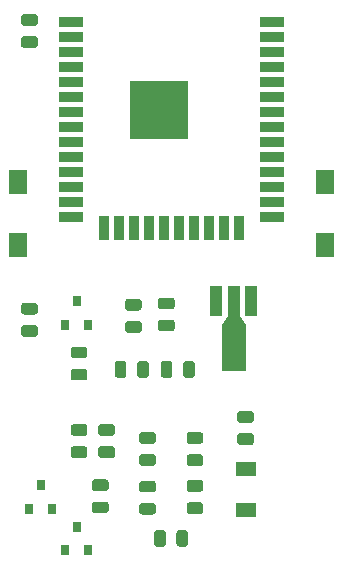
<source format=gbr>
G04 #@! TF.GenerationSoftware,KiCad,Pcbnew,(5.1.5)-3*
G04 #@! TF.CreationDate,2021-04-12T22:21:49+08:00*
G04 #@! TF.ProjectId,parasite,70617261-7369-4746-952e-6b696361645f,1.1.0*
G04 #@! TF.SameCoordinates,Original*
G04 #@! TF.FileFunction,Paste,Top*
G04 #@! TF.FilePolarity,Positive*
%FSLAX46Y46*%
G04 Gerber Fmt 4.6, Leading zero omitted, Abs format (unit mm)*
G04 Created by KiCad (PCBNEW (5.1.5)-3) date 2021-04-12 22:21:49*
%MOMM*%
%LPD*%
G04 APERTURE LIST*
%ADD10R,1.600000X2.000000*%
%ADD11R,5.000000X5.000000*%
%ADD12R,2.000000X0.900000*%
%ADD13R,0.900000X2.000000*%
%ADD14C,0.100000*%
%ADD15R,0.800000X0.900000*%
%ADD16R,1.700000X1.300000*%
%ADD17R,1.000000X2.500000*%
%ADD18R,2.000000X4.000000*%
G04 APERTURE END LIST*
D10*
X131000000Y-68700000D03*
X131000000Y-63300000D03*
X105000000Y-68700000D03*
X105000000Y-63300000D03*
D11*
X117000000Y-57245000D03*
D12*
X109500000Y-49745000D03*
X109500000Y-51015000D03*
X109500000Y-52285000D03*
X109500000Y-53555000D03*
X109500000Y-54825000D03*
X109500000Y-56095000D03*
X109500000Y-57365000D03*
X109500000Y-58635000D03*
X109500000Y-59905000D03*
X109500000Y-61175000D03*
X109500000Y-62445000D03*
X109500000Y-63715000D03*
X109500000Y-64985000D03*
X109500000Y-66255000D03*
D13*
X112285000Y-67255000D03*
X113555000Y-67255000D03*
X114825000Y-67255000D03*
X116095000Y-67255000D03*
X117365000Y-67255000D03*
X118635000Y-67255000D03*
X119905000Y-67255000D03*
X121175000Y-67255000D03*
X122445000Y-67255000D03*
X123715000Y-67255000D03*
D12*
X126500000Y-66255000D03*
X126500000Y-64985000D03*
X126500000Y-63715000D03*
X126500000Y-62445000D03*
X126500000Y-61175000D03*
X126500000Y-59905000D03*
X126500000Y-58635000D03*
X126500000Y-57365000D03*
X126500000Y-56095000D03*
X126500000Y-54825000D03*
X126500000Y-53555000D03*
X126500000Y-52285000D03*
X126500000Y-51015000D03*
X126500000Y-49745000D03*
D14*
G36*
X118080142Y-74988674D02*
G01*
X118103803Y-74992184D01*
X118127007Y-74997996D01*
X118149529Y-75006054D01*
X118171153Y-75016282D01*
X118191670Y-75028579D01*
X118210883Y-75042829D01*
X118228607Y-75058893D01*
X118244671Y-75076617D01*
X118258921Y-75095830D01*
X118271218Y-75116347D01*
X118281446Y-75137971D01*
X118289504Y-75160493D01*
X118295316Y-75183697D01*
X118298826Y-75207358D01*
X118300000Y-75231250D01*
X118300000Y-75718750D01*
X118298826Y-75742642D01*
X118295316Y-75766303D01*
X118289504Y-75789507D01*
X118281446Y-75812029D01*
X118271218Y-75833653D01*
X118258921Y-75854170D01*
X118244671Y-75873383D01*
X118228607Y-75891107D01*
X118210883Y-75907171D01*
X118191670Y-75921421D01*
X118171153Y-75933718D01*
X118149529Y-75943946D01*
X118127007Y-75952004D01*
X118103803Y-75957816D01*
X118080142Y-75961326D01*
X118056250Y-75962500D01*
X117143750Y-75962500D01*
X117119858Y-75961326D01*
X117096197Y-75957816D01*
X117072993Y-75952004D01*
X117050471Y-75943946D01*
X117028847Y-75933718D01*
X117008330Y-75921421D01*
X116989117Y-75907171D01*
X116971393Y-75891107D01*
X116955329Y-75873383D01*
X116941079Y-75854170D01*
X116928782Y-75833653D01*
X116918554Y-75812029D01*
X116910496Y-75789507D01*
X116904684Y-75766303D01*
X116901174Y-75742642D01*
X116900000Y-75718750D01*
X116900000Y-75231250D01*
X116901174Y-75207358D01*
X116904684Y-75183697D01*
X116910496Y-75160493D01*
X116918554Y-75137971D01*
X116928782Y-75116347D01*
X116941079Y-75095830D01*
X116955329Y-75076617D01*
X116971393Y-75058893D01*
X116989117Y-75042829D01*
X117008330Y-75028579D01*
X117028847Y-75016282D01*
X117050471Y-75006054D01*
X117072993Y-74997996D01*
X117096197Y-74992184D01*
X117119858Y-74988674D01*
X117143750Y-74987500D01*
X118056250Y-74987500D01*
X118080142Y-74988674D01*
G37*
G36*
X118080142Y-73113674D02*
G01*
X118103803Y-73117184D01*
X118127007Y-73122996D01*
X118149529Y-73131054D01*
X118171153Y-73141282D01*
X118191670Y-73153579D01*
X118210883Y-73167829D01*
X118228607Y-73183893D01*
X118244671Y-73201617D01*
X118258921Y-73220830D01*
X118271218Y-73241347D01*
X118281446Y-73262971D01*
X118289504Y-73285493D01*
X118295316Y-73308697D01*
X118298826Y-73332358D01*
X118300000Y-73356250D01*
X118300000Y-73843750D01*
X118298826Y-73867642D01*
X118295316Y-73891303D01*
X118289504Y-73914507D01*
X118281446Y-73937029D01*
X118271218Y-73958653D01*
X118258921Y-73979170D01*
X118244671Y-73998383D01*
X118228607Y-74016107D01*
X118210883Y-74032171D01*
X118191670Y-74046421D01*
X118171153Y-74058718D01*
X118149529Y-74068946D01*
X118127007Y-74077004D01*
X118103803Y-74082816D01*
X118080142Y-74086326D01*
X118056250Y-74087500D01*
X117143750Y-74087500D01*
X117119858Y-74086326D01*
X117096197Y-74082816D01*
X117072993Y-74077004D01*
X117050471Y-74068946D01*
X117028847Y-74058718D01*
X117008330Y-74046421D01*
X116989117Y-74032171D01*
X116971393Y-74016107D01*
X116955329Y-73998383D01*
X116941079Y-73979170D01*
X116928782Y-73958653D01*
X116918554Y-73937029D01*
X116910496Y-73914507D01*
X116904684Y-73891303D01*
X116901174Y-73867642D01*
X116900000Y-73843750D01*
X116900000Y-73356250D01*
X116901174Y-73332358D01*
X116904684Y-73308697D01*
X116910496Y-73285493D01*
X116918554Y-73262971D01*
X116928782Y-73241347D01*
X116941079Y-73220830D01*
X116955329Y-73201617D01*
X116971393Y-73183893D01*
X116989117Y-73167829D01*
X117008330Y-73153579D01*
X117028847Y-73141282D01*
X117050471Y-73131054D01*
X117072993Y-73122996D01*
X117096197Y-73117184D01*
X117119858Y-73113674D01*
X117143750Y-73112500D01*
X118056250Y-73112500D01*
X118080142Y-73113674D01*
G37*
G36*
X115280142Y-73238674D02*
G01*
X115303803Y-73242184D01*
X115327007Y-73247996D01*
X115349529Y-73256054D01*
X115371153Y-73266282D01*
X115391670Y-73278579D01*
X115410883Y-73292829D01*
X115428607Y-73308893D01*
X115444671Y-73326617D01*
X115458921Y-73345830D01*
X115471218Y-73366347D01*
X115481446Y-73387971D01*
X115489504Y-73410493D01*
X115495316Y-73433697D01*
X115498826Y-73457358D01*
X115500000Y-73481250D01*
X115500000Y-73968750D01*
X115498826Y-73992642D01*
X115495316Y-74016303D01*
X115489504Y-74039507D01*
X115481446Y-74062029D01*
X115471218Y-74083653D01*
X115458921Y-74104170D01*
X115444671Y-74123383D01*
X115428607Y-74141107D01*
X115410883Y-74157171D01*
X115391670Y-74171421D01*
X115371153Y-74183718D01*
X115349529Y-74193946D01*
X115327007Y-74202004D01*
X115303803Y-74207816D01*
X115280142Y-74211326D01*
X115256250Y-74212500D01*
X114343750Y-74212500D01*
X114319858Y-74211326D01*
X114296197Y-74207816D01*
X114272993Y-74202004D01*
X114250471Y-74193946D01*
X114228847Y-74183718D01*
X114208330Y-74171421D01*
X114189117Y-74157171D01*
X114171393Y-74141107D01*
X114155329Y-74123383D01*
X114141079Y-74104170D01*
X114128782Y-74083653D01*
X114118554Y-74062029D01*
X114110496Y-74039507D01*
X114104684Y-74016303D01*
X114101174Y-73992642D01*
X114100000Y-73968750D01*
X114100000Y-73481250D01*
X114101174Y-73457358D01*
X114104684Y-73433697D01*
X114110496Y-73410493D01*
X114118554Y-73387971D01*
X114128782Y-73366347D01*
X114141079Y-73345830D01*
X114155329Y-73326617D01*
X114171393Y-73308893D01*
X114189117Y-73292829D01*
X114208330Y-73278579D01*
X114228847Y-73266282D01*
X114250471Y-73256054D01*
X114272993Y-73247996D01*
X114296197Y-73242184D01*
X114319858Y-73238674D01*
X114343750Y-73237500D01*
X115256250Y-73237500D01*
X115280142Y-73238674D01*
G37*
G36*
X115280142Y-75113674D02*
G01*
X115303803Y-75117184D01*
X115327007Y-75122996D01*
X115349529Y-75131054D01*
X115371153Y-75141282D01*
X115391670Y-75153579D01*
X115410883Y-75167829D01*
X115428607Y-75183893D01*
X115444671Y-75201617D01*
X115458921Y-75220830D01*
X115471218Y-75241347D01*
X115481446Y-75262971D01*
X115489504Y-75285493D01*
X115495316Y-75308697D01*
X115498826Y-75332358D01*
X115500000Y-75356250D01*
X115500000Y-75843750D01*
X115498826Y-75867642D01*
X115495316Y-75891303D01*
X115489504Y-75914507D01*
X115481446Y-75937029D01*
X115471218Y-75958653D01*
X115458921Y-75979170D01*
X115444671Y-75998383D01*
X115428607Y-76016107D01*
X115410883Y-76032171D01*
X115391670Y-76046421D01*
X115371153Y-76058718D01*
X115349529Y-76068946D01*
X115327007Y-76077004D01*
X115303803Y-76082816D01*
X115280142Y-76086326D01*
X115256250Y-76087500D01*
X114343750Y-76087500D01*
X114319858Y-76086326D01*
X114296197Y-76082816D01*
X114272993Y-76077004D01*
X114250471Y-76068946D01*
X114228847Y-76058718D01*
X114208330Y-76046421D01*
X114189117Y-76032171D01*
X114171393Y-76016107D01*
X114155329Y-75998383D01*
X114141079Y-75979170D01*
X114128782Y-75958653D01*
X114118554Y-75937029D01*
X114110496Y-75914507D01*
X114104684Y-75891303D01*
X114101174Y-75867642D01*
X114100000Y-75843750D01*
X114100000Y-75356250D01*
X114101174Y-75332358D01*
X114104684Y-75308697D01*
X114110496Y-75285493D01*
X114118554Y-75262971D01*
X114128782Y-75241347D01*
X114141079Y-75220830D01*
X114155329Y-75201617D01*
X114171393Y-75183893D01*
X114189117Y-75167829D01*
X114208330Y-75153579D01*
X114228847Y-75141282D01*
X114250471Y-75131054D01*
X114272993Y-75122996D01*
X114296197Y-75117184D01*
X114319858Y-75113674D01*
X114343750Y-75112500D01*
X115256250Y-75112500D01*
X115280142Y-75113674D01*
G37*
D15*
X110000000Y-92500000D03*
X110950000Y-94500000D03*
X109050000Y-94500000D03*
X106950000Y-89000000D03*
X107900000Y-91000000D03*
X106000000Y-91000000D03*
D14*
G36*
X119205142Y-92801174D02*
G01*
X119228803Y-92804684D01*
X119252007Y-92810496D01*
X119274529Y-92818554D01*
X119296153Y-92828782D01*
X119316670Y-92841079D01*
X119335883Y-92855329D01*
X119353607Y-92871393D01*
X119369671Y-92889117D01*
X119383921Y-92908330D01*
X119396218Y-92928847D01*
X119406446Y-92950471D01*
X119414504Y-92972993D01*
X119420316Y-92996197D01*
X119423826Y-93019858D01*
X119425000Y-93043750D01*
X119425000Y-93956250D01*
X119423826Y-93980142D01*
X119420316Y-94003803D01*
X119414504Y-94027007D01*
X119406446Y-94049529D01*
X119396218Y-94071153D01*
X119383921Y-94091670D01*
X119369671Y-94110883D01*
X119353607Y-94128607D01*
X119335883Y-94144671D01*
X119316670Y-94158921D01*
X119296153Y-94171218D01*
X119274529Y-94181446D01*
X119252007Y-94189504D01*
X119228803Y-94195316D01*
X119205142Y-94198826D01*
X119181250Y-94200000D01*
X118693750Y-94200000D01*
X118669858Y-94198826D01*
X118646197Y-94195316D01*
X118622993Y-94189504D01*
X118600471Y-94181446D01*
X118578847Y-94171218D01*
X118558330Y-94158921D01*
X118539117Y-94144671D01*
X118521393Y-94128607D01*
X118505329Y-94110883D01*
X118491079Y-94091670D01*
X118478782Y-94071153D01*
X118468554Y-94049529D01*
X118460496Y-94027007D01*
X118454684Y-94003803D01*
X118451174Y-93980142D01*
X118450000Y-93956250D01*
X118450000Y-93043750D01*
X118451174Y-93019858D01*
X118454684Y-92996197D01*
X118460496Y-92972993D01*
X118468554Y-92950471D01*
X118478782Y-92928847D01*
X118491079Y-92908330D01*
X118505329Y-92889117D01*
X118521393Y-92871393D01*
X118539117Y-92855329D01*
X118558330Y-92841079D01*
X118578847Y-92828782D01*
X118600471Y-92818554D01*
X118622993Y-92810496D01*
X118646197Y-92804684D01*
X118669858Y-92801174D01*
X118693750Y-92800000D01*
X119181250Y-92800000D01*
X119205142Y-92801174D01*
G37*
G36*
X117330142Y-92801174D02*
G01*
X117353803Y-92804684D01*
X117377007Y-92810496D01*
X117399529Y-92818554D01*
X117421153Y-92828782D01*
X117441670Y-92841079D01*
X117460883Y-92855329D01*
X117478607Y-92871393D01*
X117494671Y-92889117D01*
X117508921Y-92908330D01*
X117521218Y-92928847D01*
X117531446Y-92950471D01*
X117539504Y-92972993D01*
X117545316Y-92996197D01*
X117548826Y-93019858D01*
X117550000Y-93043750D01*
X117550000Y-93956250D01*
X117548826Y-93980142D01*
X117545316Y-94003803D01*
X117539504Y-94027007D01*
X117531446Y-94049529D01*
X117521218Y-94071153D01*
X117508921Y-94091670D01*
X117494671Y-94110883D01*
X117478607Y-94128607D01*
X117460883Y-94144671D01*
X117441670Y-94158921D01*
X117421153Y-94171218D01*
X117399529Y-94181446D01*
X117377007Y-94189504D01*
X117353803Y-94195316D01*
X117330142Y-94198826D01*
X117306250Y-94200000D01*
X116818750Y-94200000D01*
X116794858Y-94198826D01*
X116771197Y-94195316D01*
X116747993Y-94189504D01*
X116725471Y-94181446D01*
X116703847Y-94171218D01*
X116683330Y-94158921D01*
X116664117Y-94144671D01*
X116646393Y-94128607D01*
X116630329Y-94110883D01*
X116616079Y-94091670D01*
X116603782Y-94071153D01*
X116593554Y-94049529D01*
X116585496Y-94027007D01*
X116579684Y-94003803D01*
X116576174Y-93980142D01*
X116575000Y-93956250D01*
X116575000Y-93043750D01*
X116576174Y-93019858D01*
X116579684Y-92996197D01*
X116585496Y-92972993D01*
X116593554Y-92950471D01*
X116603782Y-92928847D01*
X116616079Y-92908330D01*
X116630329Y-92889117D01*
X116646393Y-92871393D01*
X116664117Y-92855329D01*
X116683330Y-92841079D01*
X116703847Y-92828782D01*
X116725471Y-92818554D01*
X116747993Y-92810496D01*
X116771197Y-92804684D01*
X116794858Y-92801174D01*
X116818750Y-92800000D01*
X117306250Y-92800000D01*
X117330142Y-92801174D01*
G37*
G36*
X120480142Y-84513674D02*
G01*
X120503803Y-84517184D01*
X120527007Y-84522996D01*
X120549529Y-84531054D01*
X120571153Y-84541282D01*
X120591670Y-84553579D01*
X120610883Y-84567829D01*
X120628607Y-84583893D01*
X120644671Y-84601617D01*
X120658921Y-84620830D01*
X120671218Y-84641347D01*
X120681446Y-84662971D01*
X120689504Y-84685493D01*
X120695316Y-84708697D01*
X120698826Y-84732358D01*
X120700000Y-84756250D01*
X120700000Y-85243750D01*
X120698826Y-85267642D01*
X120695316Y-85291303D01*
X120689504Y-85314507D01*
X120681446Y-85337029D01*
X120671218Y-85358653D01*
X120658921Y-85379170D01*
X120644671Y-85398383D01*
X120628607Y-85416107D01*
X120610883Y-85432171D01*
X120591670Y-85446421D01*
X120571153Y-85458718D01*
X120549529Y-85468946D01*
X120527007Y-85477004D01*
X120503803Y-85482816D01*
X120480142Y-85486326D01*
X120456250Y-85487500D01*
X119543750Y-85487500D01*
X119519858Y-85486326D01*
X119496197Y-85482816D01*
X119472993Y-85477004D01*
X119450471Y-85468946D01*
X119428847Y-85458718D01*
X119408330Y-85446421D01*
X119389117Y-85432171D01*
X119371393Y-85416107D01*
X119355329Y-85398383D01*
X119341079Y-85379170D01*
X119328782Y-85358653D01*
X119318554Y-85337029D01*
X119310496Y-85314507D01*
X119304684Y-85291303D01*
X119301174Y-85267642D01*
X119300000Y-85243750D01*
X119300000Y-84756250D01*
X119301174Y-84732358D01*
X119304684Y-84708697D01*
X119310496Y-84685493D01*
X119318554Y-84662971D01*
X119328782Y-84641347D01*
X119341079Y-84620830D01*
X119355329Y-84601617D01*
X119371393Y-84583893D01*
X119389117Y-84567829D01*
X119408330Y-84553579D01*
X119428847Y-84541282D01*
X119450471Y-84531054D01*
X119472993Y-84522996D01*
X119496197Y-84517184D01*
X119519858Y-84513674D01*
X119543750Y-84512500D01*
X120456250Y-84512500D01*
X120480142Y-84513674D01*
G37*
G36*
X120480142Y-86388674D02*
G01*
X120503803Y-86392184D01*
X120527007Y-86397996D01*
X120549529Y-86406054D01*
X120571153Y-86416282D01*
X120591670Y-86428579D01*
X120610883Y-86442829D01*
X120628607Y-86458893D01*
X120644671Y-86476617D01*
X120658921Y-86495830D01*
X120671218Y-86516347D01*
X120681446Y-86537971D01*
X120689504Y-86560493D01*
X120695316Y-86583697D01*
X120698826Y-86607358D01*
X120700000Y-86631250D01*
X120700000Y-87118750D01*
X120698826Y-87142642D01*
X120695316Y-87166303D01*
X120689504Y-87189507D01*
X120681446Y-87212029D01*
X120671218Y-87233653D01*
X120658921Y-87254170D01*
X120644671Y-87273383D01*
X120628607Y-87291107D01*
X120610883Y-87307171D01*
X120591670Y-87321421D01*
X120571153Y-87333718D01*
X120549529Y-87343946D01*
X120527007Y-87352004D01*
X120503803Y-87357816D01*
X120480142Y-87361326D01*
X120456250Y-87362500D01*
X119543750Y-87362500D01*
X119519858Y-87361326D01*
X119496197Y-87357816D01*
X119472993Y-87352004D01*
X119450471Y-87343946D01*
X119428847Y-87333718D01*
X119408330Y-87321421D01*
X119389117Y-87307171D01*
X119371393Y-87291107D01*
X119355329Y-87273383D01*
X119341079Y-87254170D01*
X119328782Y-87233653D01*
X119318554Y-87212029D01*
X119310496Y-87189507D01*
X119304684Y-87166303D01*
X119301174Y-87142642D01*
X119300000Y-87118750D01*
X119300000Y-86631250D01*
X119301174Y-86607358D01*
X119304684Y-86583697D01*
X119310496Y-86560493D01*
X119318554Y-86537971D01*
X119328782Y-86516347D01*
X119341079Y-86495830D01*
X119355329Y-86476617D01*
X119371393Y-86458893D01*
X119389117Y-86442829D01*
X119408330Y-86428579D01*
X119428847Y-86416282D01*
X119450471Y-86406054D01*
X119472993Y-86397996D01*
X119496197Y-86392184D01*
X119519858Y-86388674D01*
X119543750Y-86387500D01*
X120456250Y-86387500D01*
X120480142Y-86388674D01*
G37*
G36*
X113017642Y-83838674D02*
G01*
X113041303Y-83842184D01*
X113064507Y-83847996D01*
X113087029Y-83856054D01*
X113108653Y-83866282D01*
X113129170Y-83878579D01*
X113148383Y-83892829D01*
X113166107Y-83908893D01*
X113182171Y-83926617D01*
X113196421Y-83945830D01*
X113208718Y-83966347D01*
X113218946Y-83987971D01*
X113227004Y-84010493D01*
X113232816Y-84033697D01*
X113236326Y-84057358D01*
X113237500Y-84081250D01*
X113237500Y-84568750D01*
X113236326Y-84592642D01*
X113232816Y-84616303D01*
X113227004Y-84639507D01*
X113218946Y-84662029D01*
X113208718Y-84683653D01*
X113196421Y-84704170D01*
X113182171Y-84723383D01*
X113166107Y-84741107D01*
X113148383Y-84757171D01*
X113129170Y-84771421D01*
X113108653Y-84783718D01*
X113087029Y-84793946D01*
X113064507Y-84802004D01*
X113041303Y-84807816D01*
X113017642Y-84811326D01*
X112993750Y-84812500D01*
X112081250Y-84812500D01*
X112057358Y-84811326D01*
X112033697Y-84807816D01*
X112010493Y-84802004D01*
X111987971Y-84793946D01*
X111966347Y-84783718D01*
X111945830Y-84771421D01*
X111926617Y-84757171D01*
X111908893Y-84741107D01*
X111892829Y-84723383D01*
X111878579Y-84704170D01*
X111866282Y-84683653D01*
X111856054Y-84662029D01*
X111847996Y-84639507D01*
X111842184Y-84616303D01*
X111838674Y-84592642D01*
X111837500Y-84568750D01*
X111837500Y-84081250D01*
X111838674Y-84057358D01*
X111842184Y-84033697D01*
X111847996Y-84010493D01*
X111856054Y-83987971D01*
X111866282Y-83966347D01*
X111878579Y-83945830D01*
X111892829Y-83926617D01*
X111908893Y-83908893D01*
X111926617Y-83892829D01*
X111945830Y-83878579D01*
X111966347Y-83866282D01*
X111987971Y-83856054D01*
X112010493Y-83847996D01*
X112033697Y-83842184D01*
X112057358Y-83838674D01*
X112081250Y-83837500D01*
X112993750Y-83837500D01*
X113017642Y-83838674D01*
G37*
G36*
X113017642Y-85713674D02*
G01*
X113041303Y-85717184D01*
X113064507Y-85722996D01*
X113087029Y-85731054D01*
X113108653Y-85741282D01*
X113129170Y-85753579D01*
X113148383Y-85767829D01*
X113166107Y-85783893D01*
X113182171Y-85801617D01*
X113196421Y-85820830D01*
X113208718Y-85841347D01*
X113218946Y-85862971D01*
X113227004Y-85885493D01*
X113232816Y-85908697D01*
X113236326Y-85932358D01*
X113237500Y-85956250D01*
X113237500Y-86443750D01*
X113236326Y-86467642D01*
X113232816Y-86491303D01*
X113227004Y-86514507D01*
X113218946Y-86537029D01*
X113208718Y-86558653D01*
X113196421Y-86579170D01*
X113182171Y-86598383D01*
X113166107Y-86616107D01*
X113148383Y-86632171D01*
X113129170Y-86646421D01*
X113108653Y-86658718D01*
X113087029Y-86668946D01*
X113064507Y-86677004D01*
X113041303Y-86682816D01*
X113017642Y-86686326D01*
X112993750Y-86687500D01*
X112081250Y-86687500D01*
X112057358Y-86686326D01*
X112033697Y-86682816D01*
X112010493Y-86677004D01*
X111987971Y-86668946D01*
X111966347Y-86658718D01*
X111945830Y-86646421D01*
X111926617Y-86632171D01*
X111908893Y-86616107D01*
X111892829Y-86598383D01*
X111878579Y-86579170D01*
X111866282Y-86558653D01*
X111856054Y-86537029D01*
X111847996Y-86514507D01*
X111842184Y-86491303D01*
X111838674Y-86467642D01*
X111837500Y-86443750D01*
X111837500Y-85956250D01*
X111838674Y-85932358D01*
X111842184Y-85908697D01*
X111847996Y-85885493D01*
X111856054Y-85862971D01*
X111866282Y-85841347D01*
X111878579Y-85820830D01*
X111892829Y-85801617D01*
X111908893Y-85783893D01*
X111926617Y-85767829D01*
X111945830Y-85753579D01*
X111966347Y-85741282D01*
X111987971Y-85731054D01*
X112010493Y-85722996D01*
X112033697Y-85717184D01*
X112057358Y-85713674D01*
X112081250Y-85712500D01*
X112993750Y-85712500D01*
X113017642Y-85713674D01*
G37*
G36*
X113992642Y-78501174D02*
G01*
X114016303Y-78504684D01*
X114039507Y-78510496D01*
X114062029Y-78518554D01*
X114083653Y-78528782D01*
X114104170Y-78541079D01*
X114123383Y-78555329D01*
X114141107Y-78571393D01*
X114157171Y-78589117D01*
X114171421Y-78608330D01*
X114183718Y-78628847D01*
X114193946Y-78650471D01*
X114202004Y-78672993D01*
X114207816Y-78696197D01*
X114211326Y-78719858D01*
X114212500Y-78743750D01*
X114212500Y-79656250D01*
X114211326Y-79680142D01*
X114207816Y-79703803D01*
X114202004Y-79727007D01*
X114193946Y-79749529D01*
X114183718Y-79771153D01*
X114171421Y-79791670D01*
X114157171Y-79810883D01*
X114141107Y-79828607D01*
X114123383Y-79844671D01*
X114104170Y-79858921D01*
X114083653Y-79871218D01*
X114062029Y-79881446D01*
X114039507Y-79889504D01*
X114016303Y-79895316D01*
X113992642Y-79898826D01*
X113968750Y-79900000D01*
X113481250Y-79900000D01*
X113457358Y-79898826D01*
X113433697Y-79895316D01*
X113410493Y-79889504D01*
X113387971Y-79881446D01*
X113366347Y-79871218D01*
X113345830Y-79858921D01*
X113326617Y-79844671D01*
X113308893Y-79828607D01*
X113292829Y-79810883D01*
X113278579Y-79791670D01*
X113266282Y-79771153D01*
X113256054Y-79749529D01*
X113247996Y-79727007D01*
X113242184Y-79703803D01*
X113238674Y-79680142D01*
X113237500Y-79656250D01*
X113237500Y-78743750D01*
X113238674Y-78719858D01*
X113242184Y-78696197D01*
X113247996Y-78672993D01*
X113256054Y-78650471D01*
X113266282Y-78628847D01*
X113278579Y-78608330D01*
X113292829Y-78589117D01*
X113308893Y-78571393D01*
X113326617Y-78555329D01*
X113345830Y-78541079D01*
X113366347Y-78528782D01*
X113387971Y-78518554D01*
X113410493Y-78510496D01*
X113433697Y-78504684D01*
X113457358Y-78501174D01*
X113481250Y-78500000D01*
X113968750Y-78500000D01*
X113992642Y-78501174D01*
G37*
G36*
X115867642Y-78501174D02*
G01*
X115891303Y-78504684D01*
X115914507Y-78510496D01*
X115937029Y-78518554D01*
X115958653Y-78528782D01*
X115979170Y-78541079D01*
X115998383Y-78555329D01*
X116016107Y-78571393D01*
X116032171Y-78589117D01*
X116046421Y-78608330D01*
X116058718Y-78628847D01*
X116068946Y-78650471D01*
X116077004Y-78672993D01*
X116082816Y-78696197D01*
X116086326Y-78719858D01*
X116087500Y-78743750D01*
X116087500Y-79656250D01*
X116086326Y-79680142D01*
X116082816Y-79703803D01*
X116077004Y-79727007D01*
X116068946Y-79749529D01*
X116058718Y-79771153D01*
X116046421Y-79791670D01*
X116032171Y-79810883D01*
X116016107Y-79828607D01*
X115998383Y-79844671D01*
X115979170Y-79858921D01*
X115958653Y-79871218D01*
X115937029Y-79881446D01*
X115914507Y-79889504D01*
X115891303Y-79895316D01*
X115867642Y-79898826D01*
X115843750Y-79900000D01*
X115356250Y-79900000D01*
X115332358Y-79898826D01*
X115308697Y-79895316D01*
X115285493Y-79889504D01*
X115262971Y-79881446D01*
X115241347Y-79871218D01*
X115220830Y-79858921D01*
X115201617Y-79844671D01*
X115183893Y-79828607D01*
X115167829Y-79810883D01*
X115153579Y-79791670D01*
X115141282Y-79771153D01*
X115131054Y-79749529D01*
X115122996Y-79727007D01*
X115117184Y-79703803D01*
X115113674Y-79680142D01*
X115112500Y-79656250D01*
X115112500Y-78743750D01*
X115113674Y-78719858D01*
X115117184Y-78696197D01*
X115122996Y-78672993D01*
X115131054Y-78650471D01*
X115141282Y-78628847D01*
X115153579Y-78608330D01*
X115167829Y-78589117D01*
X115183893Y-78571393D01*
X115201617Y-78555329D01*
X115220830Y-78541079D01*
X115241347Y-78528782D01*
X115262971Y-78518554D01*
X115285493Y-78510496D01*
X115308697Y-78504684D01*
X115332358Y-78501174D01*
X115356250Y-78500000D01*
X115843750Y-78500000D01*
X115867642Y-78501174D01*
G37*
G36*
X117892642Y-78501174D02*
G01*
X117916303Y-78504684D01*
X117939507Y-78510496D01*
X117962029Y-78518554D01*
X117983653Y-78528782D01*
X118004170Y-78541079D01*
X118023383Y-78555329D01*
X118041107Y-78571393D01*
X118057171Y-78589117D01*
X118071421Y-78608330D01*
X118083718Y-78628847D01*
X118093946Y-78650471D01*
X118102004Y-78672993D01*
X118107816Y-78696197D01*
X118111326Y-78719858D01*
X118112500Y-78743750D01*
X118112500Y-79656250D01*
X118111326Y-79680142D01*
X118107816Y-79703803D01*
X118102004Y-79727007D01*
X118093946Y-79749529D01*
X118083718Y-79771153D01*
X118071421Y-79791670D01*
X118057171Y-79810883D01*
X118041107Y-79828607D01*
X118023383Y-79844671D01*
X118004170Y-79858921D01*
X117983653Y-79871218D01*
X117962029Y-79881446D01*
X117939507Y-79889504D01*
X117916303Y-79895316D01*
X117892642Y-79898826D01*
X117868750Y-79900000D01*
X117381250Y-79900000D01*
X117357358Y-79898826D01*
X117333697Y-79895316D01*
X117310493Y-79889504D01*
X117287971Y-79881446D01*
X117266347Y-79871218D01*
X117245830Y-79858921D01*
X117226617Y-79844671D01*
X117208893Y-79828607D01*
X117192829Y-79810883D01*
X117178579Y-79791670D01*
X117166282Y-79771153D01*
X117156054Y-79749529D01*
X117147996Y-79727007D01*
X117142184Y-79703803D01*
X117138674Y-79680142D01*
X117137500Y-79656250D01*
X117137500Y-78743750D01*
X117138674Y-78719858D01*
X117142184Y-78696197D01*
X117147996Y-78672993D01*
X117156054Y-78650471D01*
X117166282Y-78628847D01*
X117178579Y-78608330D01*
X117192829Y-78589117D01*
X117208893Y-78571393D01*
X117226617Y-78555329D01*
X117245830Y-78541079D01*
X117266347Y-78528782D01*
X117287971Y-78518554D01*
X117310493Y-78510496D01*
X117333697Y-78504684D01*
X117357358Y-78501174D01*
X117381250Y-78500000D01*
X117868750Y-78500000D01*
X117892642Y-78501174D01*
G37*
G36*
X119767642Y-78501174D02*
G01*
X119791303Y-78504684D01*
X119814507Y-78510496D01*
X119837029Y-78518554D01*
X119858653Y-78528782D01*
X119879170Y-78541079D01*
X119898383Y-78555329D01*
X119916107Y-78571393D01*
X119932171Y-78589117D01*
X119946421Y-78608330D01*
X119958718Y-78628847D01*
X119968946Y-78650471D01*
X119977004Y-78672993D01*
X119982816Y-78696197D01*
X119986326Y-78719858D01*
X119987500Y-78743750D01*
X119987500Y-79656250D01*
X119986326Y-79680142D01*
X119982816Y-79703803D01*
X119977004Y-79727007D01*
X119968946Y-79749529D01*
X119958718Y-79771153D01*
X119946421Y-79791670D01*
X119932171Y-79810883D01*
X119916107Y-79828607D01*
X119898383Y-79844671D01*
X119879170Y-79858921D01*
X119858653Y-79871218D01*
X119837029Y-79881446D01*
X119814507Y-79889504D01*
X119791303Y-79895316D01*
X119767642Y-79898826D01*
X119743750Y-79900000D01*
X119256250Y-79900000D01*
X119232358Y-79898826D01*
X119208697Y-79895316D01*
X119185493Y-79889504D01*
X119162971Y-79881446D01*
X119141347Y-79871218D01*
X119120830Y-79858921D01*
X119101617Y-79844671D01*
X119083893Y-79828607D01*
X119067829Y-79810883D01*
X119053579Y-79791670D01*
X119041282Y-79771153D01*
X119031054Y-79749529D01*
X119022996Y-79727007D01*
X119017184Y-79703803D01*
X119013674Y-79680142D01*
X119012500Y-79656250D01*
X119012500Y-78743750D01*
X119013674Y-78719858D01*
X119017184Y-78696197D01*
X119022996Y-78672993D01*
X119031054Y-78650471D01*
X119041282Y-78628847D01*
X119053579Y-78608330D01*
X119067829Y-78589117D01*
X119083893Y-78571393D01*
X119101617Y-78555329D01*
X119120830Y-78541079D01*
X119141347Y-78528782D01*
X119162971Y-78518554D01*
X119185493Y-78510496D01*
X119208697Y-78504684D01*
X119232358Y-78501174D01*
X119256250Y-78500000D01*
X119743750Y-78500000D01*
X119767642Y-78501174D01*
G37*
D16*
X124300000Y-91100000D03*
X124300000Y-87600000D03*
D17*
X124800000Y-73440000D03*
X123300000Y-73440000D03*
X121800000Y-73440000D03*
D18*
X123300000Y-77400000D03*
D14*
G36*
X122300000Y-75425000D02*
G01*
X122800000Y-74675000D01*
X123800000Y-74675000D01*
X124300000Y-75425000D01*
X122300000Y-75425000D01*
G37*
G36*
X124780142Y-82738674D02*
G01*
X124803803Y-82742184D01*
X124827007Y-82747996D01*
X124849529Y-82756054D01*
X124871153Y-82766282D01*
X124891670Y-82778579D01*
X124910883Y-82792829D01*
X124928607Y-82808893D01*
X124944671Y-82826617D01*
X124958921Y-82845830D01*
X124971218Y-82866347D01*
X124981446Y-82887971D01*
X124989504Y-82910493D01*
X124995316Y-82933697D01*
X124998826Y-82957358D01*
X125000000Y-82981250D01*
X125000000Y-83468750D01*
X124998826Y-83492642D01*
X124995316Y-83516303D01*
X124989504Y-83539507D01*
X124981446Y-83562029D01*
X124971218Y-83583653D01*
X124958921Y-83604170D01*
X124944671Y-83623383D01*
X124928607Y-83641107D01*
X124910883Y-83657171D01*
X124891670Y-83671421D01*
X124871153Y-83683718D01*
X124849529Y-83693946D01*
X124827007Y-83702004D01*
X124803803Y-83707816D01*
X124780142Y-83711326D01*
X124756250Y-83712500D01*
X123843750Y-83712500D01*
X123819858Y-83711326D01*
X123796197Y-83707816D01*
X123772993Y-83702004D01*
X123750471Y-83693946D01*
X123728847Y-83683718D01*
X123708330Y-83671421D01*
X123689117Y-83657171D01*
X123671393Y-83641107D01*
X123655329Y-83623383D01*
X123641079Y-83604170D01*
X123628782Y-83583653D01*
X123618554Y-83562029D01*
X123610496Y-83539507D01*
X123604684Y-83516303D01*
X123601174Y-83492642D01*
X123600000Y-83468750D01*
X123600000Y-82981250D01*
X123601174Y-82957358D01*
X123604684Y-82933697D01*
X123610496Y-82910493D01*
X123618554Y-82887971D01*
X123628782Y-82866347D01*
X123641079Y-82845830D01*
X123655329Y-82826617D01*
X123671393Y-82808893D01*
X123689117Y-82792829D01*
X123708330Y-82778579D01*
X123728847Y-82766282D01*
X123750471Y-82756054D01*
X123772993Y-82747996D01*
X123796197Y-82742184D01*
X123819858Y-82738674D01*
X123843750Y-82737500D01*
X124756250Y-82737500D01*
X124780142Y-82738674D01*
G37*
G36*
X124780142Y-84613674D02*
G01*
X124803803Y-84617184D01*
X124827007Y-84622996D01*
X124849529Y-84631054D01*
X124871153Y-84641282D01*
X124891670Y-84653579D01*
X124910883Y-84667829D01*
X124928607Y-84683893D01*
X124944671Y-84701617D01*
X124958921Y-84720830D01*
X124971218Y-84741347D01*
X124981446Y-84762971D01*
X124989504Y-84785493D01*
X124995316Y-84808697D01*
X124998826Y-84832358D01*
X125000000Y-84856250D01*
X125000000Y-85343750D01*
X124998826Y-85367642D01*
X124995316Y-85391303D01*
X124989504Y-85414507D01*
X124981446Y-85437029D01*
X124971218Y-85458653D01*
X124958921Y-85479170D01*
X124944671Y-85498383D01*
X124928607Y-85516107D01*
X124910883Y-85532171D01*
X124891670Y-85546421D01*
X124871153Y-85558718D01*
X124849529Y-85568946D01*
X124827007Y-85577004D01*
X124803803Y-85582816D01*
X124780142Y-85586326D01*
X124756250Y-85587500D01*
X123843750Y-85587500D01*
X123819858Y-85586326D01*
X123796197Y-85582816D01*
X123772993Y-85577004D01*
X123750471Y-85568946D01*
X123728847Y-85558718D01*
X123708330Y-85546421D01*
X123689117Y-85532171D01*
X123671393Y-85516107D01*
X123655329Y-85498383D01*
X123641079Y-85479170D01*
X123628782Y-85458653D01*
X123618554Y-85437029D01*
X123610496Y-85414507D01*
X123604684Y-85391303D01*
X123601174Y-85367642D01*
X123600000Y-85343750D01*
X123600000Y-84856250D01*
X123601174Y-84832358D01*
X123604684Y-84808697D01*
X123610496Y-84785493D01*
X123618554Y-84762971D01*
X123628782Y-84741347D01*
X123641079Y-84720830D01*
X123655329Y-84701617D01*
X123671393Y-84683893D01*
X123689117Y-84667829D01*
X123708330Y-84653579D01*
X123728847Y-84641282D01*
X123750471Y-84631054D01*
X123772993Y-84622996D01*
X123796197Y-84617184D01*
X123819858Y-84613674D01*
X123843750Y-84612500D01*
X124756250Y-84612500D01*
X124780142Y-84613674D01*
G37*
G36*
X106480142Y-49122174D02*
G01*
X106503803Y-49125684D01*
X106527007Y-49131496D01*
X106549529Y-49139554D01*
X106571153Y-49149782D01*
X106591670Y-49162079D01*
X106610883Y-49176329D01*
X106628607Y-49192393D01*
X106644671Y-49210117D01*
X106658921Y-49229330D01*
X106671218Y-49249847D01*
X106681446Y-49271471D01*
X106689504Y-49293993D01*
X106695316Y-49317197D01*
X106698826Y-49340858D01*
X106700000Y-49364750D01*
X106700000Y-49852250D01*
X106698826Y-49876142D01*
X106695316Y-49899803D01*
X106689504Y-49923007D01*
X106681446Y-49945529D01*
X106671218Y-49967153D01*
X106658921Y-49987670D01*
X106644671Y-50006883D01*
X106628607Y-50024607D01*
X106610883Y-50040671D01*
X106591670Y-50054921D01*
X106571153Y-50067218D01*
X106549529Y-50077446D01*
X106527007Y-50085504D01*
X106503803Y-50091316D01*
X106480142Y-50094826D01*
X106456250Y-50096000D01*
X105543750Y-50096000D01*
X105519858Y-50094826D01*
X105496197Y-50091316D01*
X105472993Y-50085504D01*
X105450471Y-50077446D01*
X105428847Y-50067218D01*
X105408330Y-50054921D01*
X105389117Y-50040671D01*
X105371393Y-50024607D01*
X105355329Y-50006883D01*
X105341079Y-49987670D01*
X105328782Y-49967153D01*
X105318554Y-49945529D01*
X105310496Y-49923007D01*
X105304684Y-49899803D01*
X105301174Y-49876142D01*
X105300000Y-49852250D01*
X105300000Y-49364750D01*
X105301174Y-49340858D01*
X105304684Y-49317197D01*
X105310496Y-49293993D01*
X105318554Y-49271471D01*
X105328782Y-49249847D01*
X105341079Y-49229330D01*
X105355329Y-49210117D01*
X105371393Y-49192393D01*
X105389117Y-49176329D01*
X105408330Y-49162079D01*
X105428847Y-49149782D01*
X105450471Y-49139554D01*
X105472993Y-49131496D01*
X105496197Y-49125684D01*
X105519858Y-49122174D01*
X105543750Y-49121000D01*
X106456250Y-49121000D01*
X106480142Y-49122174D01*
G37*
G36*
X106480142Y-50997174D02*
G01*
X106503803Y-51000684D01*
X106527007Y-51006496D01*
X106549529Y-51014554D01*
X106571153Y-51024782D01*
X106591670Y-51037079D01*
X106610883Y-51051329D01*
X106628607Y-51067393D01*
X106644671Y-51085117D01*
X106658921Y-51104330D01*
X106671218Y-51124847D01*
X106681446Y-51146471D01*
X106689504Y-51168993D01*
X106695316Y-51192197D01*
X106698826Y-51215858D01*
X106700000Y-51239750D01*
X106700000Y-51727250D01*
X106698826Y-51751142D01*
X106695316Y-51774803D01*
X106689504Y-51798007D01*
X106681446Y-51820529D01*
X106671218Y-51842153D01*
X106658921Y-51862670D01*
X106644671Y-51881883D01*
X106628607Y-51899607D01*
X106610883Y-51915671D01*
X106591670Y-51929921D01*
X106571153Y-51942218D01*
X106549529Y-51952446D01*
X106527007Y-51960504D01*
X106503803Y-51966316D01*
X106480142Y-51969826D01*
X106456250Y-51971000D01*
X105543750Y-51971000D01*
X105519858Y-51969826D01*
X105496197Y-51966316D01*
X105472993Y-51960504D01*
X105450471Y-51952446D01*
X105428847Y-51942218D01*
X105408330Y-51929921D01*
X105389117Y-51915671D01*
X105371393Y-51899607D01*
X105355329Y-51881883D01*
X105341079Y-51862670D01*
X105328782Y-51842153D01*
X105318554Y-51820529D01*
X105310496Y-51798007D01*
X105304684Y-51774803D01*
X105301174Y-51751142D01*
X105300000Y-51727250D01*
X105300000Y-51239750D01*
X105301174Y-51215858D01*
X105304684Y-51192197D01*
X105310496Y-51168993D01*
X105318554Y-51146471D01*
X105328782Y-51124847D01*
X105341079Y-51104330D01*
X105355329Y-51085117D01*
X105371393Y-51067393D01*
X105389117Y-51051329D01*
X105408330Y-51037079D01*
X105428847Y-51024782D01*
X105450471Y-51014554D01*
X105472993Y-51006496D01*
X105496197Y-51000684D01*
X105519858Y-50997174D01*
X105543750Y-50996000D01*
X106456250Y-50996000D01*
X106480142Y-50997174D01*
G37*
G36*
X110680142Y-83838674D02*
G01*
X110703803Y-83842184D01*
X110727007Y-83847996D01*
X110749529Y-83856054D01*
X110771153Y-83866282D01*
X110791670Y-83878579D01*
X110810883Y-83892829D01*
X110828607Y-83908893D01*
X110844671Y-83926617D01*
X110858921Y-83945830D01*
X110871218Y-83966347D01*
X110881446Y-83987971D01*
X110889504Y-84010493D01*
X110895316Y-84033697D01*
X110898826Y-84057358D01*
X110900000Y-84081250D01*
X110900000Y-84568750D01*
X110898826Y-84592642D01*
X110895316Y-84616303D01*
X110889504Y-84639507D01*
X110881446Y-84662029D01*
X110871218Y-84683653D01*
X110858921Y-84704170D01*
X110844671Y-84723383D01*
X110828607Y-84741107D01*
X110810883Y-84757171D01*
X110791670Y-84771421D01*
X110771153Y-84783718D01*
X110749529Y-84793946D01*
X110727007Y-84802004D01*
X110703803Y-84807816D01*
X110680142Y-84811326D01*
X110656250Y-84812500D01*
X109743750Y-84812500D01*
X109719858Y-84811326D01*
X109696197Y-84807816D01*
X109672993Y-84802004D01*
X109650471Y-84793946D01*
X109628847Y-84783718D01*
X109608330Y-84771421D01*
X109589117Y-84757171D01*
X109571393Y-84741107D01*
X109555329Y-84723383D01*
X109541079Y-84704170D01*
X109528782Y-84683653D01*
X109518554Y-84662029D01*
X109510496Y-84639507D01*
X109504684Y-84616303D01*
X109501174Y-84592642D01*
X109500000Y-84568750D01*
X109500000Y-84081250D01*
X109501174Y-84057358D01*
X109504684Y-84033697D01*
X109510496Y-84010493D01*
X109518554Y-83987971D01*
X109528782Y-83966347D01*
X109541079Y-83945830D01*
X109555329Y-83926617D01*
X109571393Y-83908893D01*
X109589117Y-83892829D01*
X109608330Y-83878579D01*
X109628847Y-83866282D01*
X109650471Y-83856054D01*
X109672993Y-83847996D01*
X109696197Y-83842184D01*
X109719858Y-83838674D01*
X109743750Y-83837500D01*
X110656250Y-83837500D01*
X110680142Y-83838674D01*
G37*
G36*
X110680142Y-85713674D02*
G01*
X110703803Y-85717184D01*
X110727007Y-85722996D01*
X110749529Y-85731054D01*
X110771153Y-85741282D01*
X110791670Y-85753579D01*
X110810883Y-85767829D01*
X110828607Y-85783893D01*
X110844671Y-85801617D01*
X110858921Y-85820830D01*
X110871218Y-85841347D01*
X110881446Y-85862971D01*
X110889504Y-85885493D01*
X110895316Y-85908697D01*
X110898826Y-85932358D01*
X110900000Y-85956250D01*
X110900000Y-86443750D01*
X110898826Y-86467642D01*
X110895316Y-86491303D01*
X110889504Y-86514507D01*
X110881446Y-86537029D01*
X110871218Y-86558653D01*
X110858921Y-86579170D01*
X110844671Y-86598383D01*
X110828607Y-86616107D01*
X110810883Y-86632171D01*
X110791670Y-86646421D01*
X110771153Y-86658718D01*
X110749529Y-86668946D01*
X110727007Y-86677004D01*
X110703803Y-86682816D01*
X110680142Y-86686326D01*
X110656250Y-86687500D01*
X109743750Y-86687500D01*
X109719858Y-86686326D01*
X109696197Y-86682816D01*
X109672993Y-86677004D01*
X109650471Y-86668946D01*
X109628847Y-86658718D01*
X109608330Y-86646421D01*
X109589117Y-86632171D01*
X109571393Y-86616107D01*
X109555329Y-86598383D01*
X109541079Y-86579170D01*
X109528782Y-86558653D01*
X109518554Y-86537029D01*
X109510496Y-86514507D01*
X109504684Y-86491303D01*
X109501174Y-86467642D01*
X109500000Y-86443750D01*
X109500000Y-85956250D01*
X109501174Y-85932358D01*
X109504684Y-85908697D01*
X109510496Y-85885493D01*
X109518554Y-85862971D01*
X109528782Y-85841347D01*
X109541079Y-85820830D01*
X109555329Y-85801617D01*
X109571393Y-85783893D01*
X109589117Y-85767829D01*
X109608330Y-85753579D01*
X109628847Y-85741282D01*
X109650471Y-85731054D01*
X109672993Y-85722996D01*
X109696197Y-85717184D01*
X109719858Y-85713674D01*
X109743750Y-85712500D01*
X110656250Y-85712500D01*
X110680142Y-85713674D01*
G37*
G36*
X120480142Y-88576174D02*
G01*
X120503803Y-88579684D01*
X120527007Y-88585496D01*
X120549529Y-88593554D01*
X120571153Y-88603782D01*
X120591670Y-88616079D01*
X120610883Y-88630329D01*
X120628607Y-88646393D01*
X120644671Y-88664117D01*
X120658921Y-88683330D01*
X120671218Y-88703847D01*
X120681446Y-88725471D01*
X120689504Y-88747993D01*
X120695316Y-88771197D01*
X120698826Y-88794858D01*
X120700000Y-88818750D01*
X120700000Y-89306250D01*
X120698826Y-89330142D01*
X120695316Y-89353803D01*
X120689504Y-89377007D01*
X120681446Y-89399529D01*
X120671218Y-89421153D01*
X120658921Y-89441670D01*
X120644671Y-89460883D01*
X120628607Y-89478607D01*
X120610883Y-89494671D01*
X120591670Y-89508921D01*
X120571153Y-89521218D01*
X120549529Y-89531446D01*
X120527007Y-89539504D01*
X120503803Y-89545316D01*
X120480142Y-89548826D01*
X120456250Y-89550000D01*
X119543750Y-89550000D01*
X119519858Y-89548826D01*
X119496197Y-89545316D01*
X119472993Y-89539504D01*
X119450471Y-89531446D01*
X119428847Y-89521218D01*
X119408330Y-89508921D01*
X119389117Y-89494671D01*
X119371393Y-89478607D01*
X119355329Y-89460883D01*
X119341079Y-89441670D01*
X119328782Y-89421153D01*
X119318554Y-89399529D01*
X119310496Y-89377007D01*
X119304684Y-89353803D01*
X119301174Y-89330142D01*
X119300000Y-89306250D01*
X119300000Y-88818750D01*
X119301174Y-88794858D01*
X119304684Y-88771197D01*
X119310496Y-88747993D01*
X119318554Y-88725471D01*
X119328782Y-88703847D01*
X119341079Y-88683330D01*
X119355329Y-88664117D01*
X119371393Y-88646393D01*
X119389117Y-88630329D01*
X119408330Y-88616079D01*
X119428847Y-88603782D01*
X119450471Y-88593554D01*
X119472993Y-88585496D01*
X119496197Y-88579684D01*
X119519858Y-88576174D01*
X119543750Y-88575000D01*
X120456250Y-88575000D01*
X120480142Y-88576174D01*
G37*
G36*
X120480142Y-90451174D02*
G01*
X120503803Y-90454684D01*
X120527007Y-90460496D01*
X120549529Y-90468554D01*
X120571153Y-90478782D01*
X120591670Y-90491079D01*
X120610883Y-90505329D01*
X120628607Y-90521393D01*
X120644671Y-90539117D01*
X120658921Y-90558330D01*
X120671218Y-90578847D01*
X120681446Y-90600471D01*
X120689504Y-90622993D01*
X120695316Y-90646197D01*
X120698826Y-90669858D01*
X120700000Y-90693750D01*
X120700000Y-91181250D01*
X120698826Y-91205142D01*
X120695316Y-91228803D01*
X120689504Y-91252007D01*
X120681446Y-91274529D01*
X120671218Y-91296153D01*
X120658921Y-91316670D01*
X120644671Y-91335883D01*
X120628607Y-91353607D01*
X120610883Y-91369671D01*
X120591670Y-91383921D01*
X120571153Y-91396218D01*
X120549529Y-91406446D01*
X120527007Y-91414504D01*
X120503803Y-91420316D01*
X120480142Y-91423826D01*
X120456250Y-91425000D01*
X119543750Y-91425000D01*
X119519858Y-91423826D01*
X119496197Y-91420316D01*
X119472993Y-91414504D01*
X119450471Y-91406446D01*
X119428847Y-91396218D01*
X119408330Y-91383921D01*
X119389117Y-91369671D01*
X119371393Y-91353607D01*
X119355329Y-91335883D01*
X119341079Y-91316670D01*
X119328782Y-91296153D01*
X119318554Y-91274529D01*
X119310496Y-91252007D01*
X119304684Y-91228803D01*
X119301174Y-91205142D01*
X119300000Y-91181250D01*
X119300000Y-90693750D01*
X119301174Y-90669858D01*
X119304684Y-90646197D01*
X119310496Y-90622993D01*
X119318554Y-90600471D01*
X119328782Y-90578847D01*
X119341079Y-90558330D01*
X119355329Y-90539117D01*
X119371393Y-90521393D01*
X119389117Y-90505329D01*
X119408330Y-90491079D01*
X119428847Y-90478782D01*
X119450471Y-90468554D01*
X119472993Y-90460496D01*
X119496197Y-90454684D01*
X119519858Y-90451174D01*
X119543750Y-90450000D01*
X120456250Y-90450000D01*
X120480142Y-90451174D01*
G37*
G36*
X112480142Y-88513674D02*
G01*
X112503803Y-88517184D01*
X112527007Y-88522996D01*
X112549529Y-88531054D01*
X112571153Y-88541282D01*
X112591670Y-88553579D01*
X112610883Y-88567829D01*
X112628607Y-88583893D01*
X112644671Y-88601617D01*
X112658921Y-88620830D01*
X112671218Y-88641347D01*
X112681446Y-88662971D01*
X112689504Y-88685493D01*
X112695316Y-88708697D01*
X112698826Y-88732358D01*
X112700000Y-88756250D01*
X112700000Y-89243750D01*
X112698826Y-89267642D01*
X112695316Y-89291303D01*
X112689504Y-89314507D01*
X112681446Y-89337029D01*
X112671218Y-89358653D01*
X112658921Y-89379170D01*
X112644671Y-89398383D01*
X112628607Y-89416107D01*
X112610883Y-89432171D01*
X112591670Y-89446421D01*
X112571153Y-89458718D01*
X112549529Y-89468946D01*
X112527007Y-89477004D01*
X112503803Y-89482816D01*
X112480142Y-89486326D01*
X112456250Y-89487500D01*
X111543750Y-89487500D01*
X111519858Y-89486326D01*
X111496197Y-89482816D01*
X111472993Y-89477004D01*
X111450471Y-89468946D01*
X111428847Y-89458718D01*
X111408330Y-89446421D01*
X111389117Y-89432171D01*
X111371393Y-89416107D01*
X111355329Y-89398383D01*
X111341079Y-89379170D01*
X111328782Y-89358653D01*
X111318554Y-89337029D01*
X111310496Y-89314507D01*
X111304684Y-89291303D01*
X111301174Y-89267642D01*
X111300000Y-89243750D01*
X111300000Y-88756250D01*
X111301174Y-88732358D01*
X111304684Y-88708697D01*
X111310496Y-88685493D01*
X111318554Y-88662971D01*
X111328782Y-88641347D01*
X111341079Y-88620830D01*
X111355329Y-88601617D01*
X111371393Y-88583893D01*
X111389117Y-88567829D01*
X111408330Y-88553579D01*
X111428847Y-88541282D01*
X111450471Y-88531054D01*
X111472993Y-88522996D01*
X111496197Y-88517184D01*
X111519858Y-88513674D01*
X111543750Y-88512500D01*
X112456250Y-88512500D01*
X112480142Y-88513674D01*
G37*
G36*
X112480142Y-90388674D02*
G01*
X112503803Y-90392184D01*
X112527007Y-90397996D01*
X112549529Y-90406054D01*
X112571153Y-90416282D01*
X112591670Y-90428579D01*
X112610883Y-90442829D01*
X112628607Y-90458893D01*
X112644671Y-90476617D01*
X112658921Y-90495830D01*
X112671218Y-90516347D01*
X112681446Y-90537971D01*
X112689504Y-90560493D01*
X112695316Y-90583697D01*
X112698826Y-90607358D01*
X112700000Y-90631250D01*
X112700000Y-91118750D01*
X112698826Y-91142642D01*
X112695316Y-91166303D01*
X112689504Y-91189507D01*
X112681446Y-91212029D01*
X112671218Y-91233653D01*
X112658921Y-91254170D01*
X112644671Y-91273383D01*
X112628607Y-91291107D01*
X112610883Y-91307171D01*
X112591670Y-91321421D01*
X112571153Y-91333718D01*
X112549529Y-91343946D01*
X112527007Y-91352004D01*
X112503803Y-91357816D01*
X112480142Y-91361326D01*
X112456250Y-91362500D01*
X111543750Y-91362500D01*
X111519858Y-91361326D01*
X111496197Y-91357816D01*
X111472993Y-91352004D01*
X111450471Y-91343946D01*
X111428847Y-91333718D01*
X111408330Y-91321421D01*
X111389117Y-91307171D01*
X111371393Y-91291107D01*
X111355329Y-91273383D01*
X111341079Y-91254170D01*
X111328782Y-91233653D01*
X111318554Y-91212029D01*
X111310496Y-91189507D01*
X111304684Y-91166303D01*
X111301174Y-91142642D01*
X111300000Y-91118750D01*
X111300000Y-90631250D01*
X111301174Y-90607358D01*
X111304684Y-90583697D01*
X111310496Y-90560493D01*
X111318554Y-90537971D01*
X111328782Y-90516347D01*
X111341079Y-90495830D01*
X111355329Y-90476617D01*
X111371393Y-90458893D01*
X111389117Y-90442829D01*
X111408330Y-90428579D01*
X111428847Y-90416282D01*
X111450471Y-90406054D01*
X111472993Y-90397996D01*
X111496197Y-90392184D01*
X111519858Y-90388674D01*
X111543750Y-90387500D01*
X112456250Y-90387500D01*
X112480142Y-90388674D01*
G37*
G36*
X116480142Y-86388674D02*
G01*
X116503803Y-86392184D01*
X116527007Y-86397996D01*
X116549529Y-86406054D01*
X116571153Y-86416282D01*
X116591670Y-86428579D01*
X116610883Y-86442829D01*
X116628607Y-86458893D01*
X116644671Y-86476617D01*
X116658921Y-86495830D01*
X116671218Y-86516347D01*
X116681446Y-86537971D01*
X116689504Y-86560493D01*
X116695316Y-86583697D01*
X116698826Y-86607358D01*
X116700000Y-86631250D01*
X116700000Y-87118750D01*
X116698826Y-87142642D01*
X116695316Y-87166303D01*
X116689504Y-87189507D01*
X116681446Y-87212029D01*
X116671218Y-87233653D01*
X116658921Y-87254170D01*
X116644671Y-87273383D01*
X116628607Y-87291107D01*
X116610883Y-87307171D01*
X116591670Y-87321421D01*
X116571153Y-87333718D01*
X116549529Y-87343946D01*
X116527007Y-87352004D01*
X116503803Y-87357816D01*
X116480142Y-87361326D01*
X116456250Y-87362500D01*
X115543750Y-87362500D01*
X115519858Y-87361326D01*
X115496197Y-87357816D01*
X115472993Y-87352004D01*
X115450471Y-87343946D01*
X115428847Y-87333718D01*
X115408330Y-87321421D01*
X115389117Y-87307171D01*
X115371393Y-87291107D01*
X115355329Y-87273383D01*
X115341079Y-87254170D01*
X115328782Y-87233653D01*
X115318554Y-87212029D01*
X115310496Y-87189507D01*
X115304684Y-87166303D01*
X115301174Y-87142642D01*
X115300000Y-87118750D01*
X115300000Y-86631250D01*
X115301174Y-86607358D01*
X115304684Y-86583697D01*
X115310496Y-86560493D01*
X115318554Y-86537971D01*
X115328782Y-86516347D01*
X115341079Y-86495830D01*
X115355329Y-86476617D01*
X115371393Y-86458893D01*
X115389117Y-86442829D01*
X115408330Y-86428579D01*
X115428847Y-86416282D01*
X115450471Y-86406054D01*
X115472993Y-86397996D01*
X115496197Y-86392184D01*
X115519858Y-86388674D01*
X115543750Y-86387500D01*
X116456250Y-86387500D01*
X116480142Y-86388674D01*
G37*
G36*
X116480142Y-84513674D02*
G01*
X116503803Y-84517184D01*
X116527007Y-84522996D01*
X116549529Y-84531054D01*
X116571153Y-84541282D01*
X116591670Y-84553579D01*
X116610883Y-84567829D01*
X116628607Y-84583893D01*
X116644671Y-84601617D01*
X116658921Y-84620830D01*
X116671218Y-84641347D01*
X116681446Y-84662971D01*
X116689504Y-84685493D01*
X116695316Y-84708697D01*
X116698826Y-84732358D01*
X116700000Y-84756250D01*
X116700000Y-85243750D01*
X116698826Y-85267642D01*
X116695316Y-85291303D01*
X116689504Y-85314507D01*
X116681446Y-85337029D01*
X116671218Y-85358653D01*
X116658921Y-85379170D01*
X116644671Y-85398383D01*
X116628607Y-85416107D01*
X116610883Y-85432171D01*
X116591670Y-85446421D01*
X116571153Y-85458718D01*
X116549529Y-85468946D01*
X116527007Y-85477004D01*
X116503803Y-85482816D01*
X116480142Y-85486326D01*
X116456250Y-85487500D01*
X115543750Y-85487500D01*
X115519858Y-85486326D01*
X115496197Y-85482816D01*
X115472993Y-85477004D01*
X115450471Y-85468946D01*
X115428847Y-85458718D01*
X115408330Y-85446421D01*
X115389117Y-85432171D01*
X115371393Y-85416107D01*
X115355329Y-85398383D01*
X115341079Y-85379170D01*
X115328782Y-85358653D01*
X115318554Y-85337029D01*
X115310496Y-85314507D01*
X115304684Y-85291303D01*
X115301174Y-85267642D01*
X115300000Y-85243750D01*
X115300000Y-84756250D01*
X115301174Y-84732358D01*
X115304684Y-84708697D01*
X115310496Y-84685493D01*
X115318554Y-84662971D01*
X115328782Y-84641347D01*
X115341079Y-84620830D01*
X115355329Y-84601617D01*
X115371393Y-84583893D01*
X115389117Y-84567829D01*
X115408330Y-84553579D01*
X115428847Y-84541282D01*
X115450471Y-84531054D01*
X115472993Y-84522996D01*
X115496197Y-84517184D01*
X115519858Y-84513674D01*
X115543750Y-84512500D01*
X116456250Y-84512500D01*
X116480142Y-84513674D01*
G37*
G36*
X116480142Y-90513674D02*
G01*
X116503803Y-90517184D01*
X116527007Y-90522996D01*
X116549529Y-90531054D01*
X116571153Y-90541282D01*
X116591670Y-90553579D01*
X116610883Y-90567829D01*
X116628607Y-90583893D01*
X116644671Y-90601617D01*
X116658921Y-90620830D01*
X116671218Y-90641347D01*
X116681446Y-90662971D01*
X116689504Y-90685493D01*
X116695316Y-90708697D01*
X116698826Y-90732358D01*
X116700000Y-90756250D01*
X116700000Y-91243750D01*
X116698826Y-91267642D01*
X116695316Y-91291303D01*
X116689504Y-91314507D01*
X116681446Y-91337029D01*
X116671218Y-91358653D01*
X116658921Y-91379170D01*
X116644671Y-91398383D01*
X116628607Y-91416107D01*
X116610883Y-91432171D01*
X116591670Y-91446421D01*
X116571153Y-91458718D01*
X116549529Y-91468946D01*
X116527007Y-91477004D01*
X116503803Y-91482816D01*
X116480142Y-91486326D01*
X116456250Y-91487500D01*
X115543750Y-91487500D01*
X115519858Y-91486326D01*
X115496197Y-91482816D01*
X115472993Y-91477004D01*
X115450471Y-91468946D01*
X115428847Y-91458718D01*
X115408330Y-91446421D01*
X115389117Y-91432171D01*
X115371393Y-91416107D01*
X115355329Y-91398383D01*
X115341079Y-91379170D01*
X115328782Y-91358653D01*
X115318554Y-91337029D01*
X115310496Y-91314507D01*
X115304684Y-91291303D01*
X115301174Y-91267642D01*
X115300000Y-91243750D01*
X115300000Y-90756250D01*
X115301174Y-90732358D01*
X115304684Y-90708697D01*
X115310496Y-90685493D01*
X115318554Y-90662971D01*
X115328782Y-90641347D01*
X115341079Y-90620830D01*
X115355329Y-90601617D01*
X115371393Y-90583893D01*
X115389117Y-90567829D01*
X115408330Y-90553579D01*
X115428847Y-90541282D01*
X115450471Y-90531054D01*
X115472993Y-90522996D01*
X115496197Y-90517184D01*
X115519858Y-90513674D01*
X115543750Y-90512500D01*
X116456250Y-90512500D01*
X116480142Y-90513674D01*
G37*
G36*
X116480142Y-88638674D02*
G01*
X116503803Y-88642184D01*
X116527007Y-88647996D01*
X116549529Y-88656054D01*
X116571153Y-88666282D01*
X116591670Y-88678579D01*
X116610883Y-88692829D01*
X116628607Y-88708893D01*
X116644671Y-88726617D01*
X116658921Y-88745830D01*
X116671218Y-88766347D01*
X116681446Y-88787971D01*
X116689504Y-88810493D01*
X116695316Y-88833697D01*
X116698826Y-88857358D01*
X116700000Y-88881250D01*
X116700000Y-89368750D01*
X116698826Y-89392642D01*
X116695316Y-89416303D01*
X116689504Y-89439507D01*
X116681446Y-89462029D01*
X116671218Y-89483653D01*
X116658921Y-89504170D01*
X116644671Y-89523383D01*
X116628607Y-89541107D01*
X116610883Y-89557171D01*
X116591670Y-89571421D01*
X116571153Y-89583718D01*
X116549529Y-89593946D01*
X116527007Y-89602004D01*
X116503803Y-89607816D01*
X116480142Y-89611326D01*
X116456250Y-89612500D01*
X115543750Y-89612500D01*
X115519858Y-89611326D01*
X115496197Y-89607816D01*
X115472993Y-89602004D01*
X115450471Y-89593946D01*
X115428847Y-89583718D01*
X115408330Y-89571421D01*
X115389117Y-89557171D01*
X115371393Y-89541107D01*
X115355329Y-89523383D01*
X115341079Y-89504170D01*
X115328782Y-89483653D01*
X115318554Y-89462029D01*
X115310496Y-89439507D01*
X115304684Y-89416303D01*
X115301174Y-89392642D01*
X115300000Y-89368750D01*
X115300000Y-88881250D01*
X115301174Y-88857358D01*
X115304684Y-88833697D01*
X115310496Y-88810493D01*
X115318554Y-88787971D01*
X115328782Y-88766347D01*
X115341079Y-88745830D01*
X115355329Y-88726617D01*
X115371393Y-88708893D01*
X115389117Y-88692829D01*
X115408330Y-88678579D01*
X115428847Y-88666282D01*
X115450471Y-88656054D01*
X115472993Y-88647996D01*
X115496197Y-88642184D01*
X115519858Y-88638674D01*
X115543750Y-88637500D01*
X116456250Y-88637500D01*
X116480142Y-88638674D01*
G37*
G36*
X106480142Y-75451174D02*
G01*
X106503803Y-75454684D01*
X106527007Y-75460496D01*
X106549529Y-75468554D01*
X106571153Y-75478782D01*
X106591670Y-75491079D01*
X106610883Y-75505329D01*
X106628607Y-75521393D01*
X106644671Y-75539117D01*
X106658921Y-75558330D01*
X106671218Y-75578847D01*
X106681446Y-75600471D01*
X106689504Y-75622993D01*
X106695316Y-75646197D01*
X106698826Y-75669858D01*
X106700000Y-75693750D01*
X106700000Y-76181250D01*
X106698826Y-76205142D01*
X106695316Y-76228803D01*
X106689504Y-76252007D01*
X106681446Y-76274529D01*
X106671218Y-76296153D01*
X106658921Y-76316670D01*
X106644671Y-76335883D01*
X106628607Y-76353607D01*
X106610883Y-76369671D01*
X106591670Y-76383921D01*
X106571153Y-76396218D01*
X106549529Y-76406446D01*
X106527007Y-76414504D01*
X106503803Y-76420316D01*
X106480142Y-76423826D01*
X106456250Y-76425000D01*
X105543750Y-76425000D01*
X105519858Y-76423826D01*
X105496197Y-76420316D01*
X105472993Y-76414504D01*
X105450471Y-76406446D01*
X105428847Y-76396218D01*
X105408330Y-76383921D01*
X105389117Y-76369671D01*
X105371393Y-76353607D01*
X105355329Y-76335883D01*
X105341079Y-76316670D01*
X105328782Y-76296153D01*
X105318554Y-76274529D01*
X105310496Y-76252007D01*
X105304684Y-76228803D01*
X105301174Y-76205142D01*
X105300000Y-76181250D01*
X105300000Y-75693750D01*
X105301174Y-75669858D01*
X105304684Y-75646197D01*
X105310496Y-75622993D01*
X105318554Y-75600471D01*
X105328782Y-75578847D01*
X105341079Y-75558330D01*
X105355329Y-75539117D01*
X105371393Y-75521393D01*
X105389117Y-75505329D01*
X105408330Y-75491079D01*
X105428847Y-75478782D01*
X105450471Y-75468554D01*
X105472993Y-75460496D01*
X105496197Y-75454684D01*
X105519858Y-75451174D01*
X105543750Y-75450000D01*
X106456250Y-75450000D01*
X106480142Y-75451174D01*
G37*
G36*
X106480142Y-73576174D02*
G01*
X106503803Y-73579684D01*
X106527007Y-73585496D01*
X106549529Y-73593554D01*
X106571153Y-73603782D01*
X106591670Y-73616079D01*
X106610883Y-73630329D01*
X106628607Y-73646393D01*
X106644671Y-73664117D01*
X106658921Y-73683330D01*
X106671218Y-73703847D01*
X106681446Y-73725471D01*
X106689504Y-73747993D01*
X106695316Y-73771197D01*
X106698826Y-73794858D01*
X106700000Y-73818750D01*
X106700000Y-74306250D01*
X106698826Y-74330142D01*
X106695316Y-74353803D01*
X106689504Y-74377007D01*
X106681446Y-74399529D01*
X106671218Y-74421153D01*
X106658921Y-74441670D01*
X106644671Y-74460883D01*
X106628607Y-74478607D01*
X106610883Y-74494671D01*
X106591670Y-74508921D01*
X106571153Y-74521218D01*
X106549529Y-74531446D01*
X106527007Y-74539504D01*
X106503803Y-74545316D01*
X106480142Y-74548826D01*
X106456250Y-74550000D01*
X105543750Y-74550000D01*
X105519858Y-74548826D01*
X105496197Y-74545316D01*
X105472993Y-74539504D01*
X105450471Y-74531446D01*
X105428847Y-74521218D01*
X105408330Y-74508921D01*
X105389117Y-74494671D01*
X105371393Y-74478607D01*
X105355329Y-74460883D01*
X105341079Y-74441670D01*
X105328782Y-74421153D01*
X105318554Y-74399529D01*
X105310496Y-74377007D01*
X105304684Y-74353803D01*
X105301174Y-74330142D01*
X105300000Y-74306250D01*
X105300000Y-73818750D01*
X105301174Y-73794858D01*
X105304684Y-73771197D01*
X105310496Y-73747993D01*
X105318554Y-73725471D01*
X105328782Y-73703847D01*
X105341079Y-73683330D01*
X105355329Y-73664117D01*
X105371393Y-73646393D01*
X105389117Y-73630329D01*
X105408330Y-73616079D01*
X105428847Y-73603782D01*
X105450471Y-73593554D01*
X105472993Y-73585496D01*
X105496197Y-73579684D01*
X105519858Y-73576174D01*
X105543750Y-73575000D01*
X106456250Y-73575000D01*
X106480142Y-73576174D01*
G37*
G36*
X110680142Y-79151174D02*
G01*
X110703803Y-79154684D01*
X110727007Y-79160496D01*
X110749529Y-79168554D01*
X110771153Y-79178782D01*
X110791670Y-79191079D01*
X110810883Y-79205329D01*
X110828607Y-79221393D01*
X110844671Y-79239117D01*
X110858921Y-79258330D01*
X110871218Y-79278847D01*
X110881446Y-79300471D01*
X110889504Y-79322993D01*
X110895316Y-79346197D01*
X110898826Y-79369858D01*
X110900000Y-79393750D01*
X110900000Y-79881250D01*
X110898826Y-79905142D01*
X110895316Y-79928803D01*
X110889504Y-79952007D01*
X110881446Y-79974529D01*
X110871218Y-79996153D01*
X110858921Y-80016670D01*
X110844671Y-80035883D01*
X110828607Y-80053607D01*
X110810883Y-80069671D01*
X110791670Y-80083921D01*
X110771153Y-80096218D01*
X110749529Y-80106446D01*
X110727007Y-80114504D01*
X110703803Y-80120316D01*
X110680142Y-80123826D01*
X110656250Y-80125000D01*
X109743750Y-80125000D01*
X109719858Y-80123826D01*
X109696197Y-80120316D01*
X109672993Y-80114504D01*
X109650471Y-80106446D01*
X109628847Y-80096218D01*
X109608330Y-80083921D01*
X109589117Y-80069671D01*
X109571393Y-80053607D01*
X109555329Y-80035883D01*
X109541079Y-80016670D01*
X109528782Y-79996153D01*
X109518554Y-79974529D01*
X109510496Y-79952007D01*
X109504684Y-79928803D01*
X109501174Y-79905142D01*
X109500000Y-79881250D01*
X109500000Y-79393750D01*
X109501174Y-79369858D01*
X109504684Y-79346197D01*
X109510496Y-79322993D01*
X109518554Y-79300471D01*
X109528782Y-79278847D01*
X109541079Y-79258330D01*
X109555329Y-79239117D01*
X109571393Y-79221393D01*
X109589117Y-79205329D01*
X109608330Y-79191079D01*
X109628847Y-79178782D01*
X109650471Y-79168554D01*
X109672993Y-79160496D01*
X109696197Y-79154684D01*
X109719858Y-79151174D01*
X109743750Y-79150000D01*
X110656250Y-79150000D01*
X110680142Y-79151174D01*
G37*
G36*
X110680142Y-77276174D02*
G01*
X110703803Y-77279684D01*
X110727007Y-77285496D01*
X110749529Y-77293554D01*
X110771153Y-77303782D01*
X110791670Y-77316079D01*
X110810883Y-77330329D01*
X110828607Y-77346393D01*
X110844671Y-77364117D01*
X110858921Y-77383330D01*
X110871218Y-77403847D01*
X110881446Y-77425471D01*
X110889504Y-77447993D01*
X110895316Y-77471197D01*
X110898826Y-77494858D01*
X110900000Y-77518750D01*
X110900000Y-78006250D01*
X110898826Y-78030142D01*
X110895316Y-78053803D01*
X110889504Y-78077007D01*
X110881446Y-78099529D01*
X110871218Y-78121153D01*
X110858921Y-78141670D01*
X110844671Y-78160883D01*
X110828607Y-78178607D01*
X110810883Y-78194671D01*
X110791670Y-78208921D01*
X110771153Y-78221218D01*
X110749529Y-78231446D01*
X110727007Y-78239504D01*
X110703803Y-78245316D01*
X110680142Y-78248826D01*
X110656250Y-78250000D01*
X109743750Y-78250000D01*
X109719858Y-78248826D01*
X109696197Y-78245316D01*
X109672993Y-78239504D01*
X109650471Y-78231446D01*
X109628847Y-78221218D01*
X109608330Y-78208921D01*
X109589117Y-78194671D01*
X109571393Y-78178607D01*
X109555329Y-78160883D01*
X109541079Y-78141670D01*
X109528782Y-78121153D01*
X109518554Y-78099529D01*
X109510496Y-78077007D01*
X109504684Y-78053803D01*
X109501174Y-78030142D01*
X109500000Y-78006250D01*
X109500000Y-77518750D01*
X109501174Y-77494858D01*
X109504684Y-77471197D01*
X109510496Y-77447993D01*
X109518554Y-77425471D01*
X109528782Y-77403847D01*
X109541079Y-77383330D01*
X109555329Y-77364117D01*
X109571393Y-77346393D01*
X109589117Y-77330329D01*
X109608330Y-77316079D01*
X109628847Y-77303782D01*
X109650471Y-77293554D01*
X109672993Y-77285496D01*
X109696197Y-77279684D01*
X109719858Y-77276174D01*
X109743750Y-77275000D01*
X110656250Y-77275000D01*
X110680142Y-77276174D01*
G37*
D15*
X109050000Y-75400000D03*
X110950000Y-75400000D03*
X110000000Y-73400000D03*
M02*

</source>
